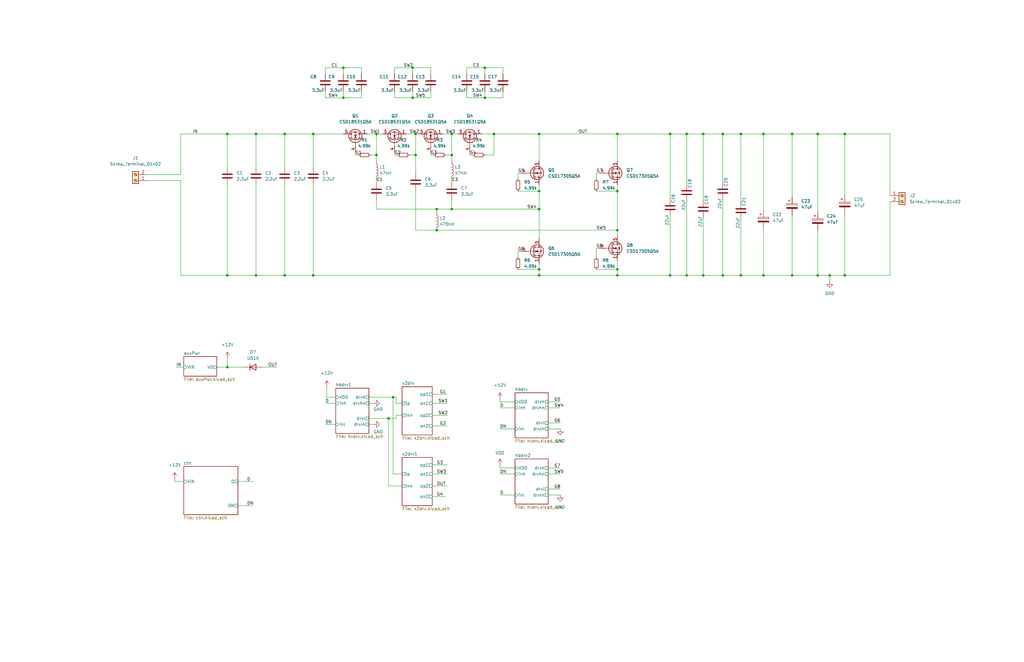
<source format=kicad_sch>
(kicad_sch (version 20211123) (generator eeschema)
  (paper "B")
  (lib_symbols
    (symbol "Connector:Screw_Terminal_01x02" (pin_names (offset 1.016) hide)
      (property "Reference" "J" (at 0 2.54 0))
      (property "Value" "Screw_Terminal_01x02" (at 0 -5.08 0))
      (symbol "Screw_Terminal_01x02_1_1"
        (rectangle (start -1.27 1.27) (end 1.27 -3.81) (stroke (width 0.254)) (fill (type background)))
        (circle (center 0 -2.54) (radius 0.635) (stroke (width 0.1524)))
        (polyline (pts (xy -0.5334 -2.2098) (xy 0.3302 -3.048)) (stroke (width 0.1524)))
        (polyline (pts (xy -0.5334 0.3302) (xy 0.3302 -0.508)) (stroke (width 0.1524)))
        (polyline (pts (xy -0.3556 -2.032) (xy 0.508 -2.8702)) (stroke (width 0.1524)))
        (polyline (pts (xy -0.3556 0.508) (xy 0.508 -0.3302)) (stroke (width 0.1524)))
        (circle (center 0 0) (radius 0.635) (stroke (width 0.1524)))
        (pin passive line (at -5.08 0 0) (length 3.81) (name "Pin_1") (number "1"))
        (pin passive line (at -5.08 -2.54 0) (length 3.81) (name "Pin_2") (number "2"))
      )
    )
    (symbol "Device:C" (pin_numbers hide) (pin_names (offset 0.254))
      (property "Reference" "C" (at 0.635 2.54 0))
      (property "Value" "C" (at 0.635 -2.54 0))
      (symbol "C_0_1"
        (polyline (pts (xy -2.032 -0.762) (xy 2.032 -0.762)) (stroke (width 0.508)))
        (polyline (pts (xy -2.032 0.762) (xy 2.032 0.762)) (stroke (width 0.508)))
      )
      (symbol "C_1_1"
        (pin passive line (at 0 3.81 270) (length 2.794) (name "~") (number "1"))
        (pin passive line (at 0 -3.81 90) (length 2.794) (name "~") (number "2"))
      )
    )
    (symbol "Device:C_Polarized" (pin_numbers hide) (pin_names (offset 0.254))
      (property "Reference" "C" (at 0.635 2.54 0))
      (property "Value" "C_Polarized" (at 0.635 -2.54 0))
      (symbol "C_Polarized_0_1"
        (rectangle (start -2.286 0.508) (end 2.286 1.016))
        (polyline (pts (xy -1.778 2.286) (xy -0.762 2.286)))
        (polyline (pts (xy -1.27 2.794) (xy -1.27 1.778)))
        (rectangle (start 2.286 -0.508) (end -2.286 -1.016) (fill (type outline)))
      )
      (symbol "C_Polarized_1_1"
        (pin passive line (at 0 3.81 270) (length 2.794) (name "~") (number "1"))
        (pin passive line (at 0 -3.81 90) (length 2.794) (name "~") (number "2"))
      )
    )
    (symbol "Device:L" (pin_numbers hide) (pin_names (offset 1.016) hide)
      (property "Reference" "L" (at -1.27 0 90))
      (property "Value" "L" (at 1.905 0 90))
      (symbol "L_0_1"
        (arc (start 0 -2.54) (mid 0.635 -1.905) (end 0 -1.27))
        (arc (start 0 -1.27) (mid 0.635 -0.635) (end 0 0))
        (arc (start 0 0) (mid 0.635 0.635) (end 0 1.27))
        (arc (start 0 1.27) (mid 0.635 1.905) (end 0 2.54))
      )
      (symbol "L_1_1"
        (pin passive line (at 0 3.81 270) (length 1.27) (name "1") (number "1"))
        (pin passive line (at 0 -3.81 90) (length 1.27) (name "2") (number "2"))
      )
    )
    (symbol "Device:R_Small" (pin_numbers hide) (pin_names (offset 0.254) hide)
      (property "Reference" "R" (at 0.762 0.508 0))
      (property "Value" "R_Small" (at 0.762 -1.016 0))
      (symbol "R_Small_0_1"
        (rectangle (start -0.762 1.778) (end 0.762 -1.778) (stroke (width 0.2032)))
      )
      (symbol "R_Small_1_1"
        (pin passive line (at 0 2.54 270) (length 0.762) (name "~") (number "1"))
        (pin passive line (at 0 -2.54 90) (length 0.762) (name "~") (number "2"))
      )
    )
    (symbol "Diode:US1A" (pin_numbers hide) (pin_names (offset 1.016) hide)
      (property "Reference" "D" (at 0 2.54 0))
      (property "Value" "US1A" (at 0 -2.54 0))
      (symbol "US1A_0_1"
        (polyline (pts (xy -1.27 1.27) (xy -1.27 -1.27)) (stroke (width 0.254)))
        (polyline (pts (xy 1.27 0) (xy -1.27 0)))
        (polyline (pts (xy 1.27 1.27) (xy 1.27 -1.27) (xy -1.27 0) (xy 1.27 1.27)) (stroke (width 0.254)))
      )
      (symbol "US1A_1_1"
        (pin passive line (at -3.81 0 0) (length 2.54) (name "K") (number "1"))
        (pin passive line (at 3.81 0 180) (length 2.54) (name "A") (number "2"))
      )
    )
    (symbol "Transistor_FET:CSD17305Q5A" (pin_names hide)
      (property "Reference" "Q" (at 5.08 1.905 0))
      (property "Value" "CSD17305Q5A" (at 5.08 0 0))
      (symbol "CSD17305Q5A_0_1"
        (polyline (pts (xy 0.254 0) (xy -2.54 0)))
        (polyline (pts (xy 0.254 1.905) (xy 0.254 -1.905)) (stroke (width 0.254)))
        (polyline (pts (xy 0.762 -1.27) (xy 0.762 -2.286)) (stroke (width 0.254)))
        (polyline (pts (xy 0.762 0.508) (xy 0.762 -0.508)) (stroke (width 0.254)))
        (polyline (pts (xy 0.762 2.286) (xy 0.762 1.27)) (stroke (width 0.254)))
        (polyline (pts (xy 2.54 2.54) (xy 2.54 1.778)))
        (polyline (pts (xy 2.54 -2.54) (xy 2.54 0) (xy 0.762 0)))
        (polyline (pts (xy 0.762 -1.778) (xy 3.302 -1.778) (xy 3.302 1.778) (xy 0.762 1.778)))
        (polyline (pts (xy 1.016 0) (xy 2.032 0.381) (xy 2.032 -0.381) (xy 1.016 0)) (fill (type outline)))
        (polyline (pts (xy 2.794 0.508) (xy 2.921 0.381) (xy 3.683 0.381) (xy 3.81 0.254)))
        (polyline (pts (xy 3.302 0.381) (xy 2.921 -0.254) (xy 3.683 -0.254) (xy 3.302 0.381)))
        (circle (center 1.651 0) (radius 2.794) (stroke (width 0.254)))
        (circle (center 2.54 -1.778) (radius 0.254) (fill (type outline)))
        (circle (center 2.54 1.778) (radius 0.254) (fill (type outline)))
      )
      (symbol "CSD17305Q5A_1_1"
        (pin passive line (at 2.54 -5.08 90) (length 2.54) (name "S") (number "1"))
        (pin passive line (at 2.54 -5.08 90) (length 2.54) hide (name "S") (number "2"))
        (pin passive line (at 2.54 -5.08 90) (length 2.54) hide (name "S") (number "3"))
        (pin passive line (at -5.08 0 0) (length 2.54) (name "G") (number "4"))
        (pin passive line (at 2.54 5.08 270) (length 2.54) (name "D") (number "5"))
      )
    )
    (symbol "Transistor_FET:CSD18531Q5A" (pin_names hide)
      (property "Reference" "Q" (at 5.08 1.905 0))
      (property "Value" "CSD18531Q5A" (at 5.08 0 0))
      (symbol "CSD18531Q5A_0_1"
        (polyline (pts (xy 0.254 0) (xy -2.54 0)))
        (polyline (pts (xy 0.254 1.905) (xy 0.254 -1.905)) (stroke (width 0.254)))
        (polyline (pts (xy 0.762 -1.27) (xy 0.762 -2.286)) (stroke (width 0.254)))
        (polyline (pts (xy 0.762 0.508) (xy 0.762 -0.508)) (stroke (width 0.254)))
        (polyline (pts (xy 0.762 2.286) (xy 0.762 1.27)) (stroke (width 0.254)))
        (polyline (pts (xy 2.54 2.54) (xy 2.54 1.778)))
        (polyline (pts (xy 2.54 -2.54) (xy 2.54 0) (xy 0.762 0)))
        (polyline (pts (xy 0.762 -1.778) (xy 3.302 -1.778) (xy 3.302 1.778) (xy 0.762 1.778)))
        (polyline (pts (xy 1.016 0) (xy 2.032 0.381) (xy 2.032 -0.381) (xy 1.016 0)) (fill (type outline)))
        (polyline (pts (xy 2.794 0.508) (xy 2.921 0.381) (xy 3.683 0.381) (xy 3.81 0.254)))
        (polyline (pts (xy 3.302 0.381) (xy 2.921 -0.254) (xy 3.683 -0.254) (xy 3.302 0.381)))
        (circle (center 1.651 0) (radius 2.794) (stroke (width 0.254)))
        (circle (center 2.54 -1.778) (radius 0.254) (fill (type outline)))
        (circle (center 2.54 1.778) (radius 0.254) (fill (type outline)))
      )
      (symbol "CSD18531Q5A_1_1"
        (pin passive line (at 2.54 -5.08 90) (length 2.54) (name "S") (number "1"))
        (pin passive line (at 2.54 -5.08 90) (length 2.54) hide (name "S") (number "2"))
        (pin passive line (at 2.54 -5.08 90) (length 2.54) hide (name "S") (number "3"))
        (pin passive line (at -5.08 0 0) (length 2.54) (name "G") (number "4"))
        (pin passive line (at 2.54 5.08 270) (length 2.54) (name "D") (number "5"))
      )
    )
    (symbol "power:+12V" (power) (pin_names (offset 0))
      (property "Value" "+12V" (at 0 3.556 0))
      (symbol "+12V_0_1"
        (polyline (pts (xy -0.762 1.27) (xy 0 2.54)))
        (polyline (pts (xy 0 0) (xy 0 2.54)))
        (polyline (pts (xy 0 2.54) (xy 0.762 1.27)))
      )
      (symbol "+12V_1_1"
        (pin power_in line (at 0 0 90) (length 0) hide (name "+12V") (number "1"))
      )
    )
    (symbol "power:GND" (power) (pin_names (offset 0))
      (property "Value" "GND" (at 0 -3.81 0))
      (symbol "GND_0_1"
        (polyline (pts (xy 0 0) (xy 0 -1.27) (xy 1.27 -1.27) (xy 0 -2.54) (xy -1.27 -1.27) (xy 0 -1.27)))
      )
      (symbol "GND_1_1"
        (pin power_in line (at 0 0 270) (length 0) hide (name "GND") (number "1"))
      )
    )
    (symbol "power:VDD" (power) (pin_names (offset 0))
      (property "Value" "VDD" (at 0 3.81 0))
      (symbol "VDD_0_1"
        (polyline (pts (xy -0.762 1.27) (xy 0 2.54)))
        (polyline (pts (xy 0 0) (xy 0 2.54)))
        (polyline (pts (xy 0 2.54) (xy 0.762 1.27)))
      )
      (symbol "VDD_1_1"
        (pin power_in line (at 0 0 90) (length 0) hide (name "VDD") (number "1"))
      )
    )
  )
  (junction (at 296.545 56.515))
  (junction (at 334.01 56.515))
  (junction (at 321.945 116.205))
  (junction (at 289.56 116.205))
  (junction (at 227.33 113.665))
  (junction (at 190.5 88.265))
  (junction (at 356.235 56.515))
  (junction (at 304.8 116.205))
  (junction (at 260.35 56.515))
  (junction (at 260.35 113.665))
  (junction (at 165.735 167.64))
  (junction (at 158.75 65.405))
  (junction (at 204.47 28.575))
  (junction (at 260.35 97.155))
  (junction (at 334.01 116.205))
  (junction (at 175.26 65.405))
  (junction (at 289.56 56.515))
  (junction (at 260.35 116.205))
  (junction (at 227.33 80.645))
  (junction (at 95.885 116.205))
  (junction (at 344.805 56.515))
  (junction (at 312.42 56.515))
  (junction (at 175.26 56.515))
  (junction (at 132.08 56.515))
  (junction (at 173.99 28.575))
  (junction (at 95.885 154.94))
  (junction (at 227.33 88.265))
  (junction (at 184.15 97.155))
  (junction (at 190.5 56.515))
  (junction (at 260.35 80.645))
  (junction (at 282.575 116.205))
  (junction (at 163.83 176.53))
  (junction (at 208.28 56.515))
  (junction (at 120.015 116.205))
  (junction (at 144.78 41.275))
  (junction (at 349.885 116.205))
  (junction (at 227.33 116.205))
  (junction (at 107.95 56.515))
  (junction (at 304.8 56.515))
  (junction (at 173.99 41.275))
  (junction (at 356.235 116.205))
  (junction (at 95.885 56.515))
  (junction (at 190.5 65.405))
  (junction (at 321.945 56.515))
  (junction (at 107.95 116.205))
  (junction (at 296.545 116.205))
  (junction (at 184.15 88.265))
  (junction (at 282.575 56.515))
  (junction (at 204.47 41.275))
  (junction (at 344.805 116.205))
  (junction (at 144.78 28.575))
  (junction (at 158.75 56.515))
  (junction (at 227.33 56.515))
  (junction (at 312.42 116.205))
  (junction (at 120.015 56.515))
  (junction (at 132.08 116.205))
  (wire (pts (xy 289.56 85.09) (xy 289.56 116.205)))
  (wire (pts (xy 334.01 90.805) (xy 334.01 116.205)))
  (wire (pts (xy 231.14 200.025) (xy 236.22 200.025)))
  (wire (pts (xy 344.805 56.515) (xy 356.235 56.515)))
  (wire (pts (xy 182.245 170.18) (xy 188.595 170.18)))
  (wire (pts (xy 76.2 73.66) (xy 76.2 56.515)))
  (wire (pts (xy 218.44 73.025) (xy 219.71 73.025)))
  (wire (pts (xy 210.82 169.545) (xy 210.82 168.275)))
  (wire (pts (xy 356.235 90.17) (xy 356.235 116.205)))
  (wire (pts (xy 158.75 56.515) (xy 161.29 56.515)))
  (wire (pts (xy 62.23 76.2) (xy 76.2 76.2)))
  (wire (pts (xy 120.015 78.105) (xy 120.015 116.205)))
  (wire (pts (xy 120.015 56.515) (xy 132.08 56.515)))
  (wire (pts (xy 137.16 28.575) (xy 144.78 28.575)))
  (wire (pts (xy 212.09 28.575) (xy 212.09 31.115)))
  (wire (pts (xy 163.83 205.105) (xy 169.545 205.105)))
  (wire (pts (xy 218.44 113.665) (xy 227.33 113.665)))
  (wire (pts (xy 282.575 56.515) (xy 282.575 83.82)))
  (wire (pts (xy 198.12 65.405) (xy 198.12 64.135)))
  (wire (pts (xy 231.14 178.435) (xy 236.22 178.435)))
  (wire (pts (xy 218.44 75.565) (xy 218.44 73.025)))
  (wire (pts (xy 156.21 65.405) (xy 158.75 65.405)))
  (wire (pts (xy 356.235 116.205) (xy 375.285 116.205)))
  (wire (pts (xy 167.005 175.26) (xy 169.545 175.26)))
  (wire (pts (xy 165.735 167.64) (xy 167.005 167.64)))
  (wire (pts (xy 158.75 65.405) (xy 158.75 67.945)))
  (wire (pts (xy 349.885 118.745) (xy 349.885 116.205)))
  (wire (pts (xy 304.8 56.515) (xy 312.42 56.515)))
  (wire (pts (xy 260.35 78.105) (xy 260.35 80.645)))
  (wire (pts (xy 95.885 56.515) (xy 107.95 56.515)))
  (wire (pts (xy 166.37 65.405) (xy 166.37 64.135)))
  (wire (pts (xy 260.35 113.665) (xy 260.35 109.855)))
  (wire (pts (xy 321.945 56.515) (xy 334.01 56.515)))
  (wire (pts (xy 181.61 28.575) (xy 181.61 31.115)))
  (wire (pts (xy 196.85 38.735) (xy 196.85 41.275)))
  (wire (pts (xy 163.83 205.105) (xy 163.83 176.53)))
  (wire (pts (xy 184.15 88.265) (xy 190.5 88.265)))
  (wire (pts (xy 251.46 80.645) (xy 260.35 80.645)))
  (wire (pts (xy 184.15 88.265) (xy 184.15 89.535)))
  (wire (pts (xy 190.5 88.265) (xy 227.33 88.265)))
  (wire (pts (xy 190.5 65.405) (xy 190.5 56.515)))
  (wire (pts (xy 95.885 78.105) (xy 95.885 116.205)))
  (wire (pts (xy 154.94 56.515) (xy 158.75 56.515)))
  (wire (pts (xy 184.15 97.155) (xy 260.35 97.155)))
  (wire (pts (xy 260.35 113.665) (xy 260.35 116.205)))
  (wire (pts (xy 218.44 80.645) (xy 227.33 80.645)))
  (wire (pts (xy 163.83 176.53) (xy 167.005 176.53)))
  (wire (pts (xy 334.01 116.205) (xy 344.805 116.205)))
  (wire (pts (xy 282.575 56.515) (xy 289.56 56.515)))
  (wire (pts (xy 296.545 116.205) (xy 304.8 116.205)))
  (wire (pts (xy 137.795 167.64) (xy 137.795 163.195)))
  (wire (pts (xy 181.61 41.275) (xy 181.61 38.735)))
  (wire (pts (xy 289.56 56.515) (xy 296.545 56.515)))
  (wire (pts (xy 152.4 41.275) (xy 152.4 38.735)))
  (wire (pts (xy 158.75 65.405) (xy 158.75 56.515)))
  (wire (pts (xy 356.235 56.515) (xy 375.285 56.515)))
  (wire (pts (xy 171.45 56.515) (xy 175.26 56.515)))
  (wire (pts (xy 62.23 73.66) (xy 76.2 73.66)))
  (wire (pts (xy 95.885 154.94) (xy 95.885 151.13)))
  (wire (pts (xy 166.37 28.575) (xy 173.99 28.575)))
  (wire (pts (xy 321.945 116.205) (xy 334.01 116.205)))
  (wire (pts (xy 167.005 176.53) (xy 167.005 175.26)))
  (wire (pts (xy 251.46 104.775) (xy 252.73 104.775)))
  (wire (pts (xy 227.33 113.665) (xy 227.33 111.125)))
  (wire (pts (xy 182.245 209.55) (xy 187.96 209.55)))
  (wire (pts (xy 190.5 65.405) (xy 190.5 67.945)))
  (wire (pts (xy 208.28 56.515) (xy 227.33 56.515)))
  (wire (pts (xy 217.17 169.545) (xy 210.82 169.545)))
  (wire (pts (xy 344.805 116.205) (xy 349.885 116.205)))
  (wire (pts (xy 73.66 201.93) (xy 73.66 203.2)))
  (wire (pts (xy 312.42 92.71) (xy 312.42 116.205)))
  (wire (pts (xy 182.245 196.215) (xy 188.595 196.215)))
  (wire (pts (xy 251.46 108.585) (xy 251.46 104.775)))
  (wire (pts (xy 152.4 28.575) (xy 152.4 31.115)))
  (wire (pts (xy 175.26 65.405) (xy 175.26 73.025)))
  (wire (pts (xy 167.005 170.18) (xy 169.545 170.18)))
  (wire (pts (xy 260.35 116.205) (xy 282.575 116.205)))
  (wire (pts (xy 167.64 65.405) (xy 166.37 65.405)))
  (wire (pts (xy 173.99 38.735) (xy 173.99 41.275)))
  (wire (pts (xy 304.8 84.455) (xy 304.8 116.205)))
  (wire (pts (xy 344.805 56.515) (xy 344.805 89.535)))
  (wire (pts (xy 231.14 206.375) (xy 236.22 206.375)))
  (wire (pts (xy 100.33 203.2) (xy 106.68 203.2)))
  (wire (pts (xy 251.46 75.565) (xy 251.46 73.025)))
  (wire (pts (xy 227.33 88.265) (xy 227.33 100.965)))
  (wire (pts (xy 95.885 116.205) (xy 107.95 116.205)))
  (wire (pts (xy 231.14 172.085) (xy 236.22 172.085)))
  (wire (pts (xy 231.14 169.545) (xy 236.22 169.545)))
  (wire (pts (xy 289.56 116.205) (xy 296.545 116.205)))
  (wire (pts (xy 120.015 116.205) (xy 132.08 116.205)))
  (wire (pts (xy 304.8 116.205) (xy 312.42 116.205)))
  (wire (pts (xy 260.35 56.515) (xy 282.575 56.515)))
  (wire (pts (xy 196.85 31.115) (xy 196.85 28.575)))
  (wire (pts (xy 321.945 56.515) (xy 321.945 88.9)))
  (wire (pts (xy 107.95 116.205) (xy 120.015 116.205)))
  (wire (pts (xy 76.2 76.2) (xy 76.2 116.205)))
  (wire (pts (xy 227.33 78.105) (xy 227.33 80.645)))
  (wire (pts (xy 186.69 56.515) (xy 190.5 56.515)))
  (wire (pts (xy 218.44 106.045) (xy 219.71 106.045)))
  (wire (pts (xy 204.47 28.575) (xy 212.09 28.575)))
  (wire (pts (xy 210.82 197.485) (xy 210.82 196.215)))
  (wire (pts (xy 182.245 205.105) (xy 188.595 205.105)))
  (wire (pts (xy 349.885 116.205) (xy 356.235 116.205)))
  (wire (pts (xy 132.08 116.205) (xy 227.33 116.205)))
  (wire (pts (xy 218.44 108.585) (xy 218.44 106.045)))
  (wire (pts (xy 260.35 97.155) (xy 260.35 99.695)))
  (wire (pts (xy 187.96 65.405) (xy 190.5 65.405)))
  (wire (pts (xy 227.33 56.515) (xy 260.35 56.515)))
  (wire (pts (xy 344.805 97.155) (xy 344.805 116.205)))
  (wire (pts (xy 137.16 31.115) (xy 137.16 28.575)))
  (wire (pts (xy 199.39 65.405) (xy 198.12 65.405)))
  (wire (pts (xy 208.28 65.405) (xy 208.28 56.515)))
  (wire (pts (xy 76.2 56.515) (xy 95.885 56.515)))
  (wire (pts (xy 166.37 28.575) (xy 166.37 31.115)))
  (wire (pts (xy 173.99 28.575) (xy 181.61 28.575)))
  (wire (pts (xy 110.49 154.94) (xy 116.84 154.94)))
  (wire (pts (xy 304.8 56.515) (xy 304.8 76.835)))
  (wire (pts (xy 212.09 41.275) (xy 212.09 38.735)))
  (wire (pts (xy 137.16 41.275) (xy 144.78 41.275)))
  (wire (pts (xy 107.95 70.485) (xy 107.95 56.515)))
  (wire (pts (xy 73.66 203.2) (xy 77.47 203.2)))
  (wire (pts (xy 196.85 28.575) (xy 204.47 28.575)))
  (wire (pts (xy 173.99 28.575) (xy 173.99 31.115)))
  (wire (pts (xy 175.26 56.515) (xy 176.53 56.515)))
  (wire (pts (xy 227.33 80.645) (xy 227.33 88.265)))
  (wire (pts (xy 175.26 97.155) (xy 184.15 97.155)))
  (wire (pts (xy 158.75 88.265) (xy 184.15 88.265)))
  (wire (pts (xy 210.82 200.025) (xy 217.17 200.025)))
  (wire (pts (xy 231.14 180.975) (xy 236.22 180.975)))
  (wire (pts (xy 296.545 56.515) (xy 304.8 56.515)))
  (wire (pts (xy 210.82 172.085) (xy 217.17 172.085)))
  (wire (pts (xy 107.95 56.515) (xy 120.015 56.515)))
  (wire (pts (xy 155.575 170.18) (xy 157.48 170.18)))
  (wire (pts (xy 182.245 166.37) (xy 188.595 166.37)))
  (wire (pts (xy 173.99 41.275) (xy 181.61 41.275)))
  (wire (pts (xy 91.44 154.94) (xy 95.885 154.94)))
  (wire (pts (xy 231.14 208.915) (xy 236.22 208.915)))
  (wire (pts (xy 203.2 56.515) (xy 208.28 56.515)))
  (wire (pts (xy 155.575 176.53) (xy 163.83 176.53)))
  (wire (pts (xy 181.61 65.405) (xy 181.61 64.135)))
  (wire (pts (xy 334.01 56.515) (xy 344.805 56.515)))
  (wire (pts (xy 144.78 38.735) (xy 144.78 41.275)))
  (wire (pts (xy 144.78 41.275) (xy 152.4 41.275)))
  (wire (pts (xy 167.005 167.64) (xy 167.005 170.18)))
  (wire (pts (xy 282.575 116.205) (xy 289.56 116.205)))
  (wire (pts (xy 149.86 65.405) (xy 149.86 64.135)))
  (wire (pts (xy 282.575 91.44) (xy 282.575 116.205)))
  (wire (pts (xy 144.78 28.575) (xy 144.78 31.115)))
  (wire (pts (xy 204.47 38.735) (xy 204.47 41.275)))
  (wire (pts (xy 356.235 56.515) (xy 356.235 82.55)))
  (wire (pts (xy 204.47 41.275) (xy 212.09 41.275)))
  (wire (pts (xy 175.26 80.645) (xy 175.26 97.155)))
  (wire (pts (xy 190.5 56.515) (xy 193.04 56.515)))
  (wire (pts (xy 158.75 75.565) (xy 158.75 76.835)))
  (wire (pts (xy 95.885 70.485) (xy 95.885 56.515)))
  (wire (pts (xy 312.42 85.09) (xy 312.42 56.515)))
  (wire (pts (xy 182.88 65.405) (xy 181.61 65.405)))
  (wire (pts (xy 321.945 96.52) (xy 321.945 116.205)))
  (wire (pts (xy 132.08 56.515) (xy 132.08 70.485)))
  (wire (pts (xy 251.46 73.025) (xy 252.73 73.025)))
  (wire (pts (xy 375.285 56.515) (xy 375.285 82.55)))
  (wire (pts (xy 227.33 113.665) (xy 227.33 116.205)))
  (wire (pts (xy 217.17 197.485) (xy 210.82 197.485)))
  (wire (pts (xy 132.08 78.105) (xy 132.08 116.205)))
  (wire (pts (xy 227.33 56.515) (xy 227.33 67.945)))
  (wire (pts (xy 182.245 175.26) (xy 188.595 175.26)))
  (wire (pts (xy 172.72 65.405) (xy 175.26 65.405)))
  (wire (pts (xy 190.5 84.455) (xy 190.5 88.265)))
  (wire (pts (xy 165.735 200.025) (xy 165.735 167.64)))
  (wire (pts (xy 144.78 28.575) (xy 152.4 28.575)))
  (wire (pts (xy 296.545 92.075) (xy 296.545 116.205)))
  (wire (pts (xy 227.33 116.205) (xy 260.35 116.205)))
  (wire (pts (xy 141.605 167.64) (xy 137.795 167.64)))
  (wire (pts (xy 100.33 213.36) (xy 106.68 213.36)))
  (wire (pts (xy 132.08 56.515) (xy 144.78 56.515)))
  (wire (pts (xy 166.37 38.735) (xy 166.37 41.275)))
  (wire (pts (xy 260.35 80.645) (xy 260.35 97.155)))
  (wire (pts (xy 251.46 113.665) (xy 260.35 113.665)))
  (wire (pts (xy 210.82 180.975) (xy 217.17 180.975)))
  (wire (pts (xy 151.13 65.405) (xy 149.86 65.405)))
  (wire (pts (xy 204.47 65.405) (xy 208.28 65.405)))
  (wire (pts (xy 137.16 38.735) (xy 137.16 41.275)))
  (wire (pts (xy 260.35 67.945) (xy 260.35 56.515)))
  (wire (pts (xy 107.95 78.105) (xy 107.95 116.205)))
  (wire (pts (xy 182.245 200.025) (xy 188.595 200.025)))
  (wire (pts (xy 196.85 41.275) (xy 204.47 41.275)))
  (wire (pts (xy 175.26 65.405) (xy 175.26 56.515)))
  (wire (pts (xy 74.295 154.94) (xy 77.47 154.94)))
  (wire (pts (xy 182.245 179.705) (xy 188.595 179.705)))
  (wire (pts (xy 137.16 179.07) (xy 141.605 179.07)))
  (wire (pts (xy 155.575 179.07) (xy 157.48 179.07)))
  (wire (pts (xy 95.885 154.94) (xy 102.87 154.94)))
  (wire (pts (xy 312.42 56.515) (xy 321.945 56.515)))
  (wire (pts (xy 155.575 167.64) (xy 165.735 167.64)))
  (wire (pts (xy 204.47 28.575) (xy 204.47 31.115)))
  (wire (pts (xy 166.37 41.275) (xy 173.99 41.275)))
  (wire (pts (xy 76.2 116.205) (xy 95.885 116.205)))
  (wire (pts (xy 120.015 70.485) (xy 120.015 56.515)))
  (wire (pts (xy 190.5 75.565) (xy 190.5 76.835)))
  (wire (pts (xy 334.01 56.515) (xy 334.01 83.185)))
  (wire (pts (xy 296.545 56.515) (xy 296.545 84.455)))
  (wire (pts (xy 137.16 170.18) (xy 141.605 170.18)))
  (wire (pts (xy 289.56 56.515) (xy 289.56 77.47)))
  (wire (pts (xy 375.285 85.09) (xy 375.285 116.205)))
  (wire (pts (xy 231.14 197.485) (xy 236.22 197.485)))
  (wire (pts (xy 312.42 116.205) (xy 321.945 116.205)))
  (wire (pts (xy 158.75 84.455) (xy 158.75 88.265)))
  (wire (pts (xy 210.82 208.915) (xy 217.17 208.915)))
  (wire (pts (xy 165.735 200.025) (xy 169.545 200.025)))
  (label "G8" (at 233.68 206.375 0))
  (label "G2" (at 166.37 65.405 0))
  (label "OUT" (at 243.84 56.515 0))
  (label "SW5" (at 251.46 97.155 0))
  (label "G6" (at 233.68 178.435 0))
  (label "C3" (at 199.39 28.575 0))
  (label "G6" (at 218.44 106.045 0))
  (label "D" (at 210.82 208.915 0))
  (label "DN" (at 137.16 179.07 0))
  (label "SW3" (at 187.96 56.515 0))
  (label "C3" (at 190.5 76.835 0))
  (label "SW4" (at 138.43 41.275 0))
  (label "C1" (at 158.75 76.835 0))
  (label "G4" (at 198.12 65.405 0))
  (label "G8" (at 251.46 104.775 0))
  (label "SW4" (at 222.25 88.265 0))
  (label "SW4" (at 199.39 41.275 0))
  (label "IN" (at 81.28 56.515 0))
  (label "SW2" (at 170.18 28.575 0))
  (label "SW5" (at 175.26 41.275 0))
  (label "IN" (at 74.295 154.94 0))
  (label "G1" (at 149.86 65.405 0))
  (label "D" (at 210.82 172.085 0))
  (label "G2" (at 185.42 179.705 0))
  (label "SW2" (at 184.785 175.26 0))
  (label "OUT" (at 184.15 205.105 0))
  (label "SW3" (at 184.15 200.025 0))
  (label "SW5" (at 233.68 200.025 0))
  (label "G4" (at 184.15 209.55 0))
  (label "OUT" (at 113.03 154.94 0))
  (label "DN" (at 104.14 213.36 0))
  (label "G3" (at 181.61 65.405 0))
  (label "G7" (at 233.68 197.485 0))
  (label "G5" (at 233.68 169.545 0))
  (label "DN" (at 210.82 200.025 0))
  (label "G5" (at 218.44 73.025 0))
  (label "SW2" (at 172.72 56.515 0))
  (label "D" (at 137.16 170.18 0))
  (label "SW4" (at 233.68 172.085 0))
  (label "SW1" (at 156.21 56.515 0))
  (label "G3" (at 184.15 196.215 0))
  (label "DN" (at 210.82 180.975 0))
  (label "G7" (at 251.46 73.025 0))
  (label "D" (at 104.14 203.2 0))
  (label "SW1" (at 184.785 170.18 0))
  (label "C1" (at 139.7 28.575 0))
  (label "G1" (at 185.42 166.37 0))
  (symbol (lib_id "Connector:Screw_Terminal_01x02") (at 380.365 82.55 0) (unit 1)
    (property "Reference" "J2" (at 383.54 82.5499 0) (effects (justify left)))
    (property "Value" "Screw_Terminal_01x02" (at 383.54 85.0899 0) (effects (justify left)))
    (property "Footprint" "TerminalBlock_Phoenix:TerminalBlock_Phoenix_MKDS-1,5-2-5.08_1x02_P5.08mm_Horizontal" (effects hide))
  )
  (symbol (lib_id "Device:L") (at 158.75 71.755 0) (unit 1)
    (property "Reference" "L1" (at 160.02 70.4849 0) (effects (justify left)))
    (property "Value" "47nH" (at 160.02 73.0249 0) (effects (justify left)))
    (property "Footprint" "Inductor_SMD:L_1812_4532Metric_Pad1.30x3.40mm_HandSolder" (effects hide))
  )
  (symbol (lib_id "Device:C") (at 120.015 74.295 0) (unit 1)
    (property "Reference" "C3" (at 123.825 73.0249 0) (effects (justify left)))
    (property "Value" "2.2uF" (at 123.825 75.5649 0) (effects (justify left)))
    (property "Footprint" "Capacitor_SMD:C_1206_3216Metric_Pad1.33x1.80mm_HandSolder" (effects hide))
  )
  (symbol (lib_id "power:GND") (at 349.885 118.745 0) (unit 1)
    (property "Reference" "#PWR08" (effects hide))
    (property "Value" "GND" (at 349.885 123.825 0))
  )
  (symbol (lib_id "Device:C") (at 196.85 34.925 0) (unit 1)
    (property "Reference" "C14" (at 190.5 32.385 0) (effects (justify left)))
    (property "Value" "3.3uF" (at 191.135 38.1 0) (effects (justify left)))
    (property "Footprint" "Capacitor_SMD:C_1206_3216Metric_Pad1.33x1.80mm_HandSolder" (effects hide))
  )
  (symbol (lib_id "Device:C") (at 144.78 34.925 0) (unit 1)
    (property "Reference" "C9" (at 138.43 32.385 0) (effects (justify left)))
    (property "Value" "3.3uF" (at 139.065 38.1 0) (effects (justify left)))
    (property "Footprint" "Capacitor_SMD:C_1206_3216Metric_Pad1.33x1.80mm_HandSolder" (effects hide))
  )
  (symbol (lib_id "Device:R_Small") (at 251.46 78.105 180) (unit 1)
    (property "Reference" "R7" (at 254 76.8349 0) (effects (justify right)))
    (property "Value" "4.99k" (at 254 79.3749 0) (effects (justify right)))
    (property "Footprint" "Resistor_SMD:R_0603_1608Metric_Pad0.98x0.95mm_HandSolder" (effects hide))
  )
  (symbol (lib_id "Device:C") (at 204.47 34.925 0) (unit 1)
    (property "Reference" "C15" (at 198.12 32.385 0) (effects (justify left)))
    (property "Value" "3.3uF" (at 198.755 38.1 0) (effects (justify left)))
    (property "Footprint" "Capacitor_SMD:C_1206_3216Metric_Pad1.33x1.80mm_HandSolder" (effects hide))
  )
  (symbol (lib_id "power:+12V") (at 73.66 201.93 0) (unit 1)
    (property "Reference" "#PWR04" (effects hide))
    (property "Value" "+12V" (at 73.66 196.215 0))
  )
  (symbol (lib_id "Device:C") (at 289.56 81.28 0) (unit 1)
    (property "Reference" "C18" (at 290.83 79.375 90) (effects (justify left)))
    (property "Value" "22uF" (at 288.29 88.9 90) (effects (justify left)))
    (property "Footprint" "Capacitor_SMD:C_1206_3216Metric_Pad1.33x1.80mm_HandSolder" (effects hide))
  )
  (symbol (lib_id "Device:C") (at 212.09 34.925 0) (unit 1)
    (property "Reference" "C17" (at 205.74 32.385 0) (effects (justify left)))
    (property "Value" "3.3uF" (at 206.375 38.1 0) (effects (justify left)))
    (property "Footprint" "Capacitor_SMD:C_1206_3216Metric_Pad1.33x1.80mm_HandSolder" (effects hide))
  )
  (symbol (lib_id "Device:C") (at 181.61 34.925 0) (unit 1)
    (property "Reference" "C13" (at 175.26 32.385 0) (effects (justify left)))
    (property "Value" "3.3uF" (at 175.895 38.1 0) (effects (justify left)))
    (property "Footprint" "Capacitor_SMD:C_1206_3216Metric_Pad1.33x1.80mm_HandSolder" (effects hide))
  )
  (symbol (lib_id "Device:R_Small") (at 185.42 65.405 90) (unit 1)
    (property "Reference" "R3" (at 185.42 59.055 90))
    (property "Value" "4.99k" (at 185.42 61.595 90))
    (property "Footprint" "Resistor_SMD:R_0603_1608Metric_Pad0.98x0.95mm_HandSolder" (effects hide))
  )
  (symbol (lib_id "Device:C_Polarized") (at 344.805 93.345 0) (unit 1)
    (property "Reference" "C24" (at 348.615 91.1859 0) (effects (justify left)))
    (property "Value" "47uF" (at 348.615 93.7259 0) (effects (justify left)))
    (property "Footprint" "Capacitor_SMD:CP_Elec_5x5.3" (effects hide))
  )
  (symbol (lib_id "Device:C") (at 132.08 74.295 0) (unit 1)
    (property "Reference" "C4" (at 135.89 73.0249 0) (effects (justify left)))
    (property "Value" "2.2uF" (at 135.89 75.5649 0) (effects (justify left)))
    (property "Footprint" "Capacitor_SMD:C_1206_3216Metric_Pad1.33x1.80mm_HandSolder" (effects hide))
  )
  (symbol (lib_id "Device:L") (at 184.15 93.345 0) (unit 1)
    (property "Reference" "L2" (at 185.42 92.0749 0) (effects (justify left)))
    (property "Value" "470nH" (at 185.42 94.6149 0) (effects (justify left)))
    (property "Footprint" "Inductor_SMD:L_Bourns_SRP7028A_7.3x6.6mm" (effects hide))
  )
  (symbol (lib_id "Device:C") (at 137.16 34.925 0) (unit 1)
    (property "Reference" "C8" (at 130.81 32.385 0) (effects (justify left)))
    (property "Value" "3.3uF" (at 131.445 38.1 0) (effects (justify left)))
    (property "Footprint" "Capacitor_SMD:C_1206_3216Metric_Pad1.33x1.80mm_HandSolder" (effects hide))
  )
  (symbol (lib_id "Device:C") (at 175.26 76.835 0) (unit 1)
    (property "Reference" "C6" (at 179.07 75.5649 0) (effects (justify left)))
    (property "Value" "3.3uF" (at 179.07 78.1049 0) (effects (justify left)))
    (property "Footprint" "Capacitor_SMD:C_1206_3216Metric_Pad1.33x1.80mm_HandSolder" (effects hide))
  )
  (symbol (lib_id "Device:R_Small") (at 153.67 65.405 90) (unit 1)
    (property "Reference" "R1" (at 153.67 59.055 90))
    (property "Value" "4.99k" (at 153.67 61.595 90))
    (property "Footprint" "Resistor_SMD:R_0603_1608Metric_Pad0.98x0.95mm_HandSolder" (effects hide))
  )
  (symbol (lib_id "Device:C") (at 166.37 34.925 0) (unit 1)
    (property "Reference" "C11" (at 160.02 32.385 0) (effects (justify left)))
    (property "Value" "3.3uF" (at 160.655 38.1 0) (effects (justify left)))
    (property "Footprint" "Capacitor_SMD:C_1206_3216Metric_Pad1.33x1.80mm_HandSolder" (effects hide))
  )
  (symbol (lib_id "Device:R_Small") (at 218.44 111.125 180) (unit 1)
    (property "Reference" "R6" (at 220.98 109.8549 0) (effects (justify right)))
    (property "Value" "4.99k" (at 220.98 112.3949 0) (effects (justify right)))
    (property "Footprint" "Resistor_SMD:R_0603_1608Metric_Pad0.98x0.95mm_HandSolder" (effects hide))
  )
  (symbol (lib_id "Transistor_FET:CSD17305Q5A") (at 257.81 104.775 0) (unit 1)
    (property "Reference" "Q8" (at 264.16 103.5049 0) (effects (justify left)))
    (property "Value" "CSD17305Q5A" (at 264.16 106.0449 0) (effects (justify left)))
    (property "Footprint" "Package_TO_SOT_SMD:TDSON-8-1" (effects hide))
    (property "Datasheet" "http://www.ti.com/lit/gpn/csd17305q5a" (effects hide))
  )
  (symbol (lib_id "power:+12V") (at 95.885 151.13 0) (unit 1)
    (property "Reference" "#PWR028" (effects hide))
    (property "Value" "+12V" (at 95.885 145.415 0))
  )
  (symbol (lib_id "Device:C") (at 173.99 34.925 0) (unit 1)
    (property "Reference" "C12" (at 167.64 32.385 0) (effects (justify left)))
    (property "Value" "3.3uF" (at 168.275 38.1 0) (effects (justify left)))
    (property "Footprint" "Capacitor_SMD:C_1206_3216Metric_Pad1.33x1.80mm_HandSolder" (effects hide))
  )
  (symbol (lib_id "Transistor_FET:CSD18531Q5A") (at 198.12 59.055 90) (unit 1)
    (property "Reference" "Q4" (at 198.12 48.895 90))
    (property "Value" "CSD18531Q5A" (at 198.12 51.435 90))
    (property "Footprint" "Package_TO_SOT_SMD:TDSON-8-1" (effects hide))
    (property "Datasheet" "http://www.ti.com/lit/gpn/csd18531q5a" (effects hide))
  )
  (symbol (lib_id "Transistor_FET:CSD18531Q5A") (at 181.61 59.055 90) (unit 1)
    (property "Reference" "Q3" (at 181.61 48.895 90))
    (property "Value" "CSD18531Q5A" (at 181.61 51.435 90))
    (property "Footprint" "Package_TO_SOT_SMD:TDSON-8-1" (effects hide))
    (property "Datasheet" "http://www.ti.com/lit/gpn/csd18531q5a" (effects hide))
  )
  (symbol (lib_id "Device:C") (at 304.8 80.645 0) (unit 1)
    (property "Reference" "C20" (at 306.07 78.74 90) (effects (justify left)))
    (property "Value" "22uF" (at 303.53 88.265 90) (effects (justify left)))
    (property "Footprint" "Capacitor_SMD:C_1206_3216Metric_Pad1.33x1.80mm_HandSolder" (effects hide))
  )
  (symbol (lib_id "Transistor_FET:CSD18531Q5A") (at 149.86 59.055 90) (unit 1)
    (property "Reference" "Q1" (at 149.86 48.895 90))
    (property "Value" "CSD18531Q5A" (at 149.86 51.435 90))
    (property "Footprint" "Package_TO_SOT_SMD:TDSON-8-1" (effects hide))
    (property "Datasheet" "http://www.ti.com/lit/gpn/csd18531q5a" (effects hide))
  )
  (symbol (lib_id "Device:C") (at 282.575 87.63 0) (unit 1)
    (property "Reference" "C16" (at 283.845 85.725 90) (effects (justify left)))
    (property "Value" "22uF" (at 281.305 95.25 90) (effects (justify left)))
    (property "Footprint" "Capacitor_SMD:C_1206_3216Metric_Pad1.33x1.80mm_HandSolder" (effects hide))
  )
  (symbol (lib_id "Device:C_Polarized") (at 334.01 86.995 0) (unit 1)
    (property "Reference" "C23" (at 337.82 84.8359 0) (effects (justify left)))
    (property "Value" "47uF" (at 337.82 87.3759 0) (effects (justify left)))
    (property "Footprint" "Capacitor_SMD:CP_Elec_5x5.3" (effects hide))
  )
  (symbol (lib_id "Device:R_Small") (at 251.46 111.125 180) (unit 1)
    (property "Reference" "R8" (at 254 109.8549 0) (effects (justify right)))
    (property "Value" "4.99k" (at 254 112.3949 0) (effects (justify right)))
    (property "Footprint" "Resistor_SMD:R_0603_1608Metric_Pad0.98x0.95mm_HandSolder" (effects hide))
  )
  (symbol (lib_id "Device:C") (at 152.4 34.925 0) (unit 1)
    (property "Reference" "C10" (at 146.05 32.385 0) (effects (justify left)))
    (property "Value" "3.3uF" (at 146.685 38.1 0) (effects (justify left)))
    (property "Footprint" "Capacitor_SMD:C_1206_3216Metric_Pad1.33x1.80mm_HandSolder" (effects hide))
  )
  (symbol (lib_id "Device:R_Small") (at 201.93 65.405 90) (unit 1)
    (property "Reference" "R4" (at 201.93 59.055 90))
    (property "Value" "4.99k" (at 201.93 61.595 90))
    (property "Footprint" "Resistor_SMD:R_0603_1608Metric_Pad0.98x0.95mm_HandSolder" (effects hide))
  )
  (symbol (lib_id "power:GND") (at 157.48 179.07 90) (unit 1)
    (property "Reference" "#PWR03" (effects hide))
    (property "Value" "GND" (at 157.48 182.245 90) (effects (justify right)))
  )
  (symbol (lib_id "power:GND") (at 157.48 170.18 90) (unit 1)
    (property "Reference" "#PWR02" (effects hide))
    (property "Value" "GND" (at 157.48 172.72 90) (effects (justify right)))
  )
  (symbol (lib_id "power:GND") (at 236.22 208.915 0) (unit 1)
    (property "Reference" "#PWR07" (effects hide))
    (property "Value" "GND" (at 236.22 213.995 0))
  )
  (symbol (lib_id "power:+12V") (at 210.82 168.275 0) (unit 1)
    (property "Reference" "#PWR029" (effects hide))
    (property "Value" "+12V" (at 210.82 162.56 0))
  )
  (symbol (lib_id "Transistor_FET:CSD17305Q5A") (at 224.79 106.045 0) (unit 1)
    (property "Reference" "Q6" (at 231.14 104.7749 0) (effects (justify left)))
    (property "Value" "CSD17305Q5A" (at 231.14 107.3149 0) (effects (justify left)))
    (property "Footprint" "Package_TO_SOT_SMD:TDSON-8-1" (effects hide))
    (property "Datasheet" "http://www.ti.com/lit/gpn/csd17305q5a" (effects hide))
  )
  (symbol (lib_id "power:+12V") (at 137.795 163.195 0) (unit 1)
    (property "Reference" "#PWR01" (effects hide))
    (property "Value" "+12V" (at 137.795 157.48 0))
  )
  (symbol (lib_id "Transistor_FET:CSD17305Q5A") (at 257.81 73.025 0) (unit 1)
    (property "Reference" "Q7" (at 264.16 71.7549 0) (effects (justify left)))
    (property "Value" "CSD17305Q5A" (at 264.16 74.2949 0) (effects (justify left)))
    (property "Footprint" "Package_TO_SOT_SMD:TDSON-8-1" (effects hide))
    (property "Datasheet" "http://www.ti.com/lit/gpn/csd17305q5a" (effects hide))
  )
  (symbol (lib_id "Device:C") (at 296.545 88.265 0) (unit 1)
    (property "Reference" "C19" (at 297.815 86.36 90) (effects (justify left)))
    (property "Value" "22uF" (at 295.275 95.885 90) (effects (justify left)))
    (property "Footprint" "Capacitor_SMD:C_1206_3216Metric_Pad1.33x1.80mm_HandSolder" (effects hide))
  )
  (symbol (lib_id "Transistor_FET:CSD17305Q5A") (at 224.79 73.025 0) (unit 1)
    (property "Reference" "Q5" (at 231.14 71.7549 0) (effects (justify left)))
    (property "Value" "CSD17305Q5A" (at 231.14 74.2949 0) (effects (justify left)))
    (property "Footprint" "Package_TO_SOT_SMD:TDSON-8-1" (effects hide))
    (property "Datasheet" "http://www.ti.com/lit/gpn/csd17305q5a" (effects hide))
  )
  (symbol (lib_id "Transistor_FET:CSD18531Q5A") (at 166.37 59.055 90) (unit 1)
    (property "Reference" "Q2" (at 166.37 48.895 90))
    (property "Value" "CSD18531Q5A" (at 166.37 51.435 90))
    (property "Footprint" "Package_TO_SOT_SMD:TDSON-8-1" (effects hide))
    (property "Datasheet" "http://www.ti.com/lit/gpn/csd18531q5a" (effects hide))
  )
  (symbol (lib_id "Device:C") (at 158.75 80.645 0) (unit 1)
    (property "Reference" "C5" (at 162.56 79.3749 0) (effects (justify left)))
    (property "Value" "3.3uF" (at 162.56 81.9149 0) (effects (justify left)))
    (property "Footprint" "Capacitor_SMD:C_1206_3216Metric_Pad1.33x1.80mm_HandSolder" (effects hide))
  )
  (symbol (lib_id "power:GND") (at 236.22 180.975 0) (unit 1)
    (property "Reference" "#PWR06" (effects hide))
    (property "Value" "GND" (at 236.22 186.055 0))
  )
  (symbol (lib_id "Device:C") (at 95.885 74.295 0) (unit 1)
    (property "Reference" "C1" (at 99.695 73.0249 0) (effects (justify left)))
    (property "Value" "2.2uF" (at 99.695 75.5649 0) (effects (justify left)))
    (property "Footprint" "Capacitor_SMD:C_1206_3216Metric_Pad1.33x1.80mm_HandSolder" (effects hide))
  )
  (symbol (lib_id "Device:C_Polarized") (at 321.945 92.71 0) (unit 1)
    (property "Reference" "C22" (at 325.755 90.5509 0) (effects (justify left)))
    (property "Value" "47uF" (at 325.755 93.0909 0) (effects (justify left)))
    (property "Footprint" "Capacitor_SMD:CP_Elec_5x5.3" (effects hide))
  )
  (symbol (lib_id "Device:R_Small") (at 170.18 65.405 90) (unit 1)
    (property "Reference" "R2" (at 170.18 59.055 90))
    (property "Value" "4.99k" (at 170.18 61.595 90))
    (property "Footprint" "Resistor_SMD:R_0603_1608Metric_Pad0.98x0.95mm_HandSolder" (effects hide))
  )
  (symbol (lib_id "Connector:Screw_Terminal_01x02") (at 57.15 76.2 180) (unit 1)
    (property "Reference" "J1" (at 57.15 66.675 0))
    (property "Value" "Screw_Terminal_01x02" (at 57.15 69.215 0))
    (property "Footprint" "TerminalBlock_Phoenix:TerminalBlock_Phoenix_MKDS-1,5-2-5.08_1x02_P5.08mm_Horizontal" (effects hide))
  )
  (symbol (lib_id "Device:R_Small") (at 218.44 78.105 180) (unit 1)
    (property "Reference" "R5" (at 220.98 76.8349 0) (effects (justify right)))
    (property "Value" "4.99k" (at 220.98 79.3749 0) (effects (justify right)))
    (property "Footprint" "Resistor_SMD:R_0603_1608Metric_Pad0.98x0.95mm_HandSolder" (effects hide))
  )
  (symbol (lib_id "Diode:US1A") (at 106.68 154.94 0) (unit 1)
    (property "Reference" "D7" (at 106.68 148.59 0))
    (property "Value" "US1A" (at 106.68 151.13 0))
    (property "Footprint" "Diode_SMD:D_SMA" (effects hide))
    (property "Datasheet" "https://www.diodes.com/assets/Datasheets/ds16008.pdf" (effects hide))
  )
  (symbol (lib_id "Device:L") (at 190.5 71.755 0) (unit 1)
    (property "Reference" "L3" (at 191.77 70.4849 0) (effects (justify left)))
    (property "Value" "47nH" (at 191.77 73.0249 0) (effects (justify left)))
    (property "Footprint" "Inductor_SMD:L_1812_4532Metric_Pad1.30x3.40mm_HandSolder" (effects hide))
  )
  (symbol (lib_id "power:VDD") (at 210.82 196.215 0) (unit 1)
    (property "Reference" "#PWR05" (effects hide))
    (property "Value" "VDD" (at 210.82 191.135 0))
  )
  (symbol (lib_id "Device:C") (at 312.42 88.9 0) (unit 1)
    (property "Reference" "C21" (at 313.69 86.995 90) (effects (justify left)))
    (property "Value" "22uF" (at 311.15 96.52 90) (effects (justify left)))
    (property "Footprint" "Capacitor_SMD:C_1206_3216Metric_Pad1.33x1.80mm_HandSolder" (effects hide))
  )
  (symbol (lib_id "Device:C_Polarized") (at 356.235 86.36 0) (unit 1)
    (property "Reference" "C25" (at 360.045 84.2009 0) (effects (justify left)))
    (property "Value" "47uF" (at 360.045 86.7409 0) (effects (justify left)))
    (property "Footprint" "Capacitor_SMD:CP_Elec_5x5.3" (effects hide))
  )
  (symbol (lib_id "Device:C") (at 190.5 80.645 0) (unit 1)
    (property "Reference" "C7" (at 194.31 79.3749 0) (effects (justify left)))
    (property "Value" "3.3uF" (at 194.31 81.9149 0) (effects (justify left)))
    (property "Footprint" "Capacitor_SMD:C_1206_3216Metric_Pad1.33x1.80mm_HandSolder" (effects hide))
  )
  (symbol (lib_id "Device:C") (at 107.95 74.295 0) (unit 1)
    (property "Reference" "C2" (at 111.76 73.0249 0) (effects (justify left)))
    (property "Value" "2.2uF" (at 111.76 75.5649 0) (effects (justify left)))
    (property "Footprint" "Capacitor_SMD:C_1206_3216Metric_Pad1.33x1.80mm_HandSolder" (effects hide))
  )
  (sheet (at 217.17 193.675) (size 13.97 19.05) (stroke (width 0.1524))
    (property "Sheet name" "hbdrv2" (at 217.17 192.9634 0) (effects (justify left bottom)))
    (property "Sheet file" "hvdrv.kicad_sch" (at 217.17 213.3096 0) (effects (justify left top)))
    (pin "drvh" passive (at 231.14 197.485 0))
    (pin "drvhn" passive (at 231.14 200.025 0))
    (pin "drvl" passive (at 231.14 206.375 0))
    (pin "drvln" passive (at 231.14 208.915 0))
    (pin "inh" input (at 217.17 200.025 180))
    (pin "inl" input (at 217.17 208.915 180))
    (pin "VDD" input (at 217.17 197.485 180))
  )
  (sheet (at 141.605 163.83) (size 13.97 19.05) (stroke (width 0.1524))
    (property "Sheet name" "hbdrv1" (at 141.605 163.1184 0) (effects (justify left bottom)))
    (property "Sheet file" "hvdrv.kicad_sch" (at 141.605 183.4646 0) (effects (justify left top)))
    (pin "drvh" passive (at 155.575 167.64 0))
    (pin "drvhn" passive (at 155.575 170.18 0))
    (pin "drvl" passive (at 155.575 176.53 0))
    (pin "drvln" passive (at 155.575 179.07 0))
    (pin "inh" input (at 141.605 170.18 180))
    (pin "inl" input (at 141.605 179.07 180))
    (pin "VDD" input (at 141.605 167.64 180))
  )
  (sheet (at 169.545 163.195) (size 12.7 20.32) (stroke (width 0.1524))
    (property "Sheet name" "x2drv" (at 169.545 162.4834 0) (effects (justify left bottom)))
    (property "Sheet file" "x2drv.kicad_sch" (at 169.545 184.0996 0) (effects (justify left top)))
    (pin "op1" passive (at 182.245 166.37 0))
    (pin "on1" passive (at 182.245 170.18 0))
    (pin "inn" passive (at 169.545 175.26 180))
    (pin "ip" passive (at 169.545 170.18 180))
    (pin "op2" passive (at 182.245 175.26 0))
    (pin "on2" passive (at 182.245 179.705 0))
  )
  (sheet (at 77.47 150.495) (size 13.97 8.255) (stroke (width 0.1524))
    (property "Sheet name" "auxPwr" (at 77.47 149.7834 0) (effects (justify left bottom)))
    (property "Sheet file" "auxPwr.kicad_sch" (at 77.47 159.3346 0) (effects (justify left top)))
    (pin "VIN" input (at 77.47 154.94 180))
    (pin "VO" output (at 91.44 154.94 0))
  )
  (sheet (at 77.47 196.85) (size 22.86 20.32) (stroke (width 0.1524))
    (property "Sheet name" "ctrl" (at 77.47 196.1384 0) (effects (justify left bottom)))
    (property "Sheet file" "ctrl.kicad_sch" (at 77.47 217.7546 0) (effects (justify left top)))
    (pin "DN" passive (at 100.33 213.36 0))
    (pin "D" passive (at 100.33 203.2 0))
    (pin "VIN" input (at 77.47 203.2 180))
  )
  (sheet (at 217.17 165.735) (size 13.97 19.05) (stroke (width 0.1524))
    (property "Sheet name" "hbdrv" (at 217.17 165.0234 0) (effects (justify left bottom)))
    (property "Sheet file" "hvdrv.kicad_sch" (at 217.17 185.3696 0) (effects (justify left top)))
    (pin "drvh" passive (at 231.14 169.545 0))
    (pin "drvhn" passive (at 231.14 172.085 0))
    (pin "drvl" passive (at 231.14 178.435 0))
    (pin "drvln" passive (at 231.14 180.975 0))
    (pin "inh" input (at 217.17 172.085 180))
    (pin "inl" input (at 217.17 180.975 180))
    (pin "VDD" input (at 217.17 169.545 180))
  )
  (sheet (at 169.545 193.04) (size 12.7 20.32) (stroke (width 0.1524))
    (property "Sheet name" "x2drv1" (at 169.545 192.3284 0) (effects (justify left bottom)))
    (property "Sheet file" "x2drv.kicad_sch" (at 169.545 213.9446 0) (effects (justify left top)))
    (pin "op1" passive (at 182.245 196.215 0))
    (pin "on1" passive (at 182.245 200.025 0))
    (pin "inn" passive (at 169.545 205.105 180))
    (pin "ip" passive (at 169.545 200.025 180))
    (pin "op2" passive (at 182.245 205.105 0))
    (pin "on2" passive (at 182.245 209.55 0))
  )
)
</source>
